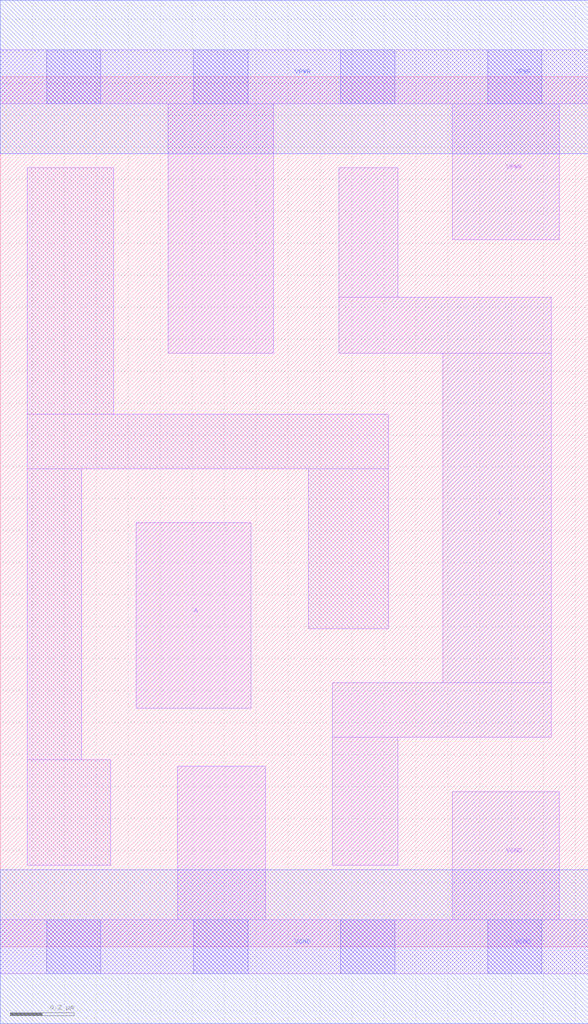
<source format=lef>
# Copyright 2020 The SkyWater PDK Authors
#
# Licensed under the Apache License, Version 2.0 (the "License");
# you may not use this file except in compliance with the License.
# You may obtain a copy of the License at
#
#     https://www.apache.org/licenses/LICENSE-2.0
#
# Unless required by applicable law or agreed to in writing, software
# distributed under the License is distributed on an "AS IS" BASIS,
# WITHOUT WARRANTIES OR CONDITIONS OF ANY KIND, either express or implied.
# See the License for the specific language governing permissions and
# limitations under the License.
#
# SPDX-License-Identifier: Apache-2.0

VERSION 5.7 ;
  NAMESCASESENSITIVE ON ;
  NOWIREEXTENSIONATPIN ON ;
  DIVIDERCHAR "/" ;
  BUSBITCHARS "[]" ;
UNITS
  DATABASE MICRONS 200 ;
END UNITS
MACRO sky130_fd_sc_hd__clkbuf_2
  CLASS CORE ;
  SOURCE USER ;
  FOREIGN sky130_fd_sc_hd__clkbuf_2 ;
  ORIGIN  0.000000  0.000000 ;
  SIZE  1.840000 BY  2.720000 ;
  SYMMETRY X Y R90 ;
  SITE unithd ;
  PIN A
    ANTENNAGATEAREA  0.213000 ;
    DIRECTION INPUT ;
    USE SIGNAL ;
    PORT
      LAYER li1 ;
        RECT 0.425000 0.745000 0.785000 1.325000 ;
    END
  END A
  PIN X
    ANTENNADIFFAREA  0.383400 ;
    DIRECTION OUTPUT ;
    USE SIGNAL ;
    PORT
      LAYER li1 ;
        RECT 1.040000 0.255000 1.245000 0.655000 ;
        RECT 1.040000 0.655000 1.725000 0.825000 ;
        RECT 1.060000 1.855000 1.725000 2.030000 ;
        RECT 1.060000 2.030000 1.245000 2.435000 ;
        RECT 1.385000 0.825000 1.725000 1.855000 ;
    END
  END X
  PIN VGND
    DIRECTION INOUT ;
    SHAPE ABUTMENT ;
    USE GROUND ;
    PORT
      LAYER li1 ;
        RECT 0.000000 -0.085000 1.840000 0.085000 ;
        RECT 0.555000  0.085000 0.830000 0.565000 ;
        RECT 1.415000  0.085000 1.750000 0.485000 ;
      LAYER mcon ;
        RECT 0.145000 -0.085000 0.315000 0.085000 ;
        RECT 0.605000 -0.085000 0.775000 0.085000 ;
        RECT 1.065000 -0.085000 1.235000 0.085000 ;
        RECT 1.525000 -0.085000 1.695000 0.085000 ;
      LAYER met1 ;
        RECT 0.000000 -0.240000 1.840000 0.240000 ;
    END
  END VGND
  PIN VPWR
    DIRECTION INOUT ;
    SHAPE ABUTMENT ;
    USE POWER ;
    PORT
      LAYER li1 ;
        RECT 0.000000 2.635000 1.840000 2.805000 ;
        RECT 0.525000 1.855000 0.855000 2.635000 ;
        RECT 1.415000 2.210000 1.750000 2.635000 ;
      LAYER mcon ;
        RECT 0.145000 2.635000 0.315000 2.805000 ;
        RECT 0.605000 2.635000 0.775000 2.805000 ;
        RECT 1.065000 2.635000 1.235000 2.805000 ;
        RECT 1.525000 2.635000 1.695000 2.805000 ;
      LAYER met1 ;
        RECT 0.000000 2.480000 1.840000 2.960000 ;
    END
  END VPWR
  OBS
    LAYER li1 ;
      RECT 0.085000 0.255000 0.345000 0.585000 ;
      RECT 0.085000 0.585000 0.255000 1.495000 ;
      RECT 0.085000 1.495000 1.215000 1.665000 ;
      RECT 0.085000 1.665000 0.355000 2.435000 ;
      RECT 0.965000 0.995000 1.215000 1.495000 ;
  END
END sky130_fd_sc_hd__clkbuf_2
END LIBRARY

</source>
